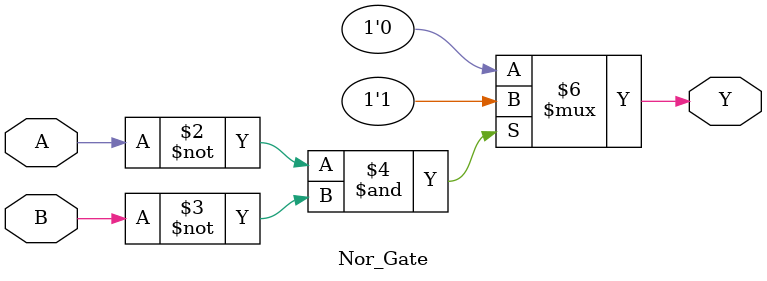
<source format=v>
module Nor_Gate(
  output reg Y, 
  input A, B);
always @ (A or B) begin
    if (A == 1'b0 & B == 1'b0) begin
        Y = 1'b1;
    end
    else 
        Y = 1'b0; 
end
endmodule

</source>
